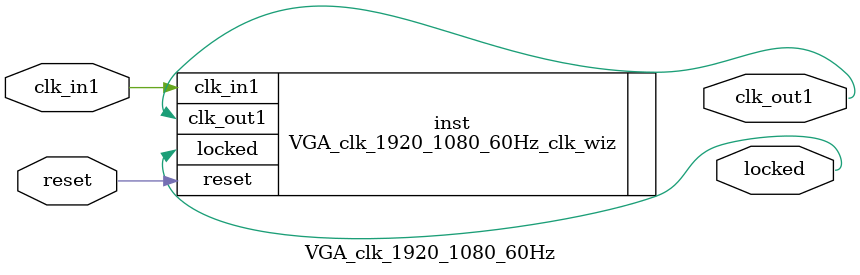
<source format=v>


`timescale 1ps/1ps

(* CORE_GENERATION_INFO = "VGA_clk_1920_1080_60Hz,clk_wiz_v6_0_1_0_0,{component_name=VGA_clk_1920_1080_60Hz,use_phase_alignment=true,use_min_o_jitter=false,use_max_i_jitter=false,use_dyn_phase_shift=false,use_inclk_switchover=false,use_dyn_reconfig=false,enable_axi=0,feedback_source=FDBK_AUTO,PRIMITIVE=MMCM,num_out_clk=1,clkin1_period=10.000,clkin2_period=10.000,use_power_down=false,use_reset=true,use_locked=true,use_inclk_stopped=false,feedback_type=SINGLE,CLOCK_MGR_TYPE=NA,manual_override=false}" *)

module VGA_clk_1920_1080_60Hz 
 (
  // Clock out ports
  output        clk_out1,
  // Status and control signals
  input         reset,
  output        locked,
 // Clock in ports
  input         clk_in1
 );

  VGA_clk_1920_1080_60Hz_clk_wiz inst
  (
  // Clock out ports  
  .clk_out1(clk_out1),
  // Status and control signals               
  .reset(reset), 
  .locked(locked),
 // Clock in ports
  .clk_in1(clk_in1)
  );

endmodule

</source>
